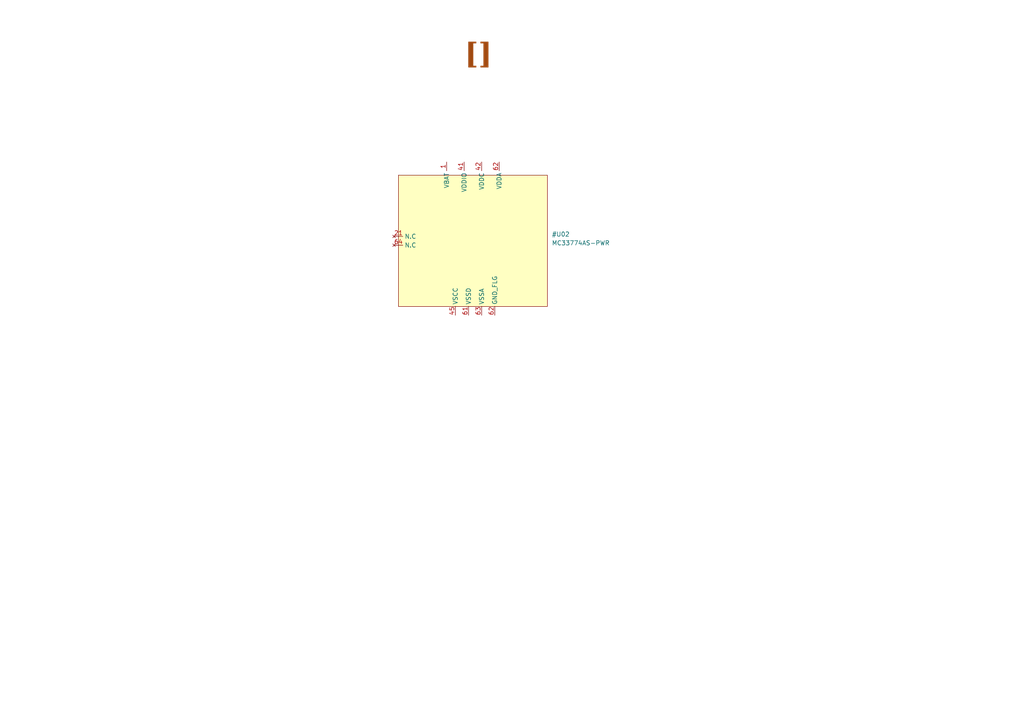
<source format=kicad_sch>
(kicad_sch (version 20231120) (generator "eeschema") (generator_version "8.0")
  (paper "A4")
  (title_block (title "Cell_Sentinel") (date "2024-11-05") (rev "1.0.0"))
  (lib_symbols
    (symbol "MC33774ASA1AE:MC33774AS-PWR" (power) (in_bom no) (on_board no)
      (property "Reference" "U" (at 12.192 21.59 0))
      (property "Value" "MC33774AS-PWR" (at -2.54 2.032 0))
      (symbol "MC33774AS-PWR_1_1"
        (rectangle (start -21.59 19.05) (end 21.59 -19.05) (fill (type background)))
        (pin power_in line (at -7.62 22.86 270) (length 2.54) (name "VBAT") (number "1"))
        (pin no_connect line (at -22.86 1.27 0) (length 2.54) (name "N.C") (number "21"))
        (pin power_in line (at -2.54 22.86 270) (length 2.54) (name "VDDIO") (number "41"))
        (pin power_in line (at 2.54 22.86 270) (length 2.54) (name "VDDC") (number "42"))
        (pin power_out line (at -5.08 -21.59 90) (length 2.54) (name "VSCC") (number "45"))
        (pin power_out line (at -1.27 -21.59 90) (length 2.54) (name "VSSD") (number "61"))
        (pin power_out line (at 6.35 -21.59 90) (length 2.54) (name "GND_FLG") (number "62"))
        (pin power_in line (at 7.62 22.86 270) (length 2.54) (name "VDDA") (number "62"))
        (pin power_out line (at 2.54 -21.59 90) (length 2.54) (name "VSSA") (number "63"))
        (pin no_connect line (at -22.86 -1.27 0) (length 2.54) (name "N.C") (number "64"))
      )
    )
  )
  (text "[${#}] ${SHEETNAME}" (at 140.208 17.78 0) (effects (font (size 6 6) (thickness 1.6) (bold yes))))
  (symbol (lib_id "MC33774ASA1AE:MC33774AS-PWR") (at 137.16 69.85 0) (unit 1) (in_bom no) (on_board no)
    (property "Reference" "U02" (at 160.02 67.9449 0) (effects (justify left)))
    (property "Value" "MC33774AS-PWR" (at 160.02 70.4849 0) (effects (justify left)))
  )
)
</source>
